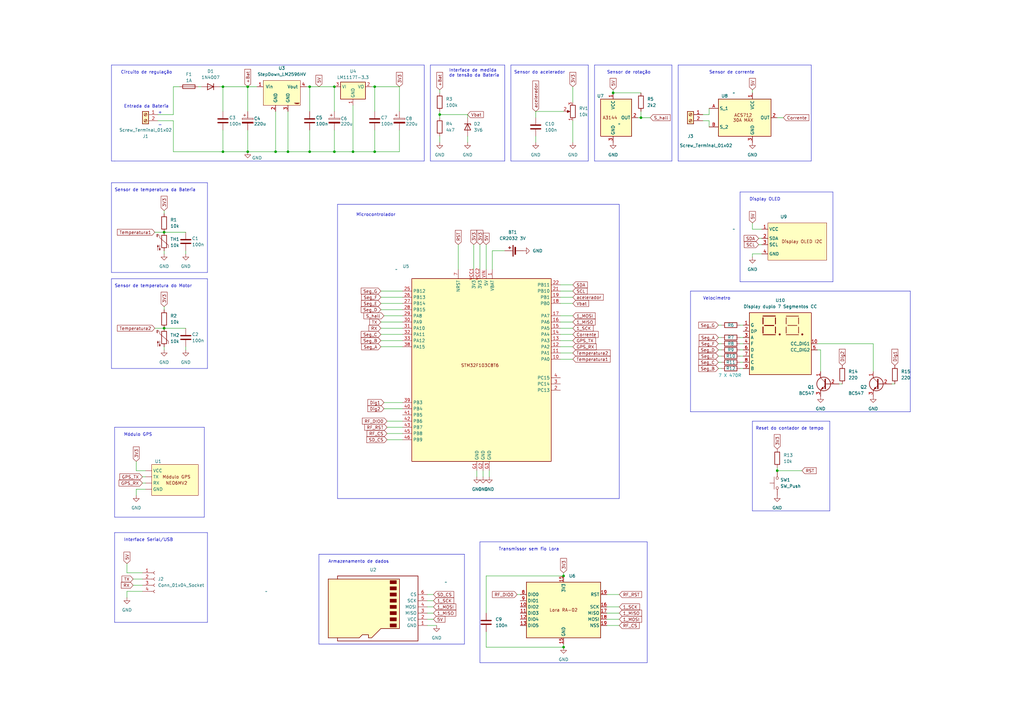
<source format=kicad_sch>
(kicad_sch (version 20230121) (generator eeschema)
  (paper "A3")
  (title_block (title "Telemetria embarcada") (date "2023-10-11") (rev "1") (company "IFSC") (comment 1 "Author: Marcelo Miguel Cardoso"))
  (lib_symbols
    (symbol "Connector:Conn_01x04_Socket" (pin_names (offset 1.016) hide)
      (property "Reference" "J" (at 0 5.08 0))
      (property "Value" "Conn_01x04_Socket" (at 0 -7.62 0))
      (symbol "Conn_01x04_Socket_1_1"
        (pin passive line (at -5.08 2.54 0) (length 3.81) (name "Pin_1") (number "1"))
        (pin passive line (at -5.08 0 0) (length 3.81) (name "Pin_2") (number "2"))
        (pin passive line (at -5.08 -2.54 0) (length 3.81) (name "Pin_3") (number "3"))
        (pin passive line (at -5.08 -5.08 0) (length 3.81) (name "Pin_4") (number "4"))
      )
    )
    (symbol "Connector:Screw_Terminal_01x02" (pin_names (offset 1.016) hide)
      (property "Reference" "J" (at 0 2.54 0))
      (property "Value" "Screw_Terminal_01x02" (at 0 -5.08 0))
      (symbol "Screw_Terminal_01x02_1_1"
        (pin passive line (at -5.08 0 0) (length 3.81) (name "Pin_1") (number "1"))
        (pin passive line (at -5.08 -2.54 0) (length 3.81) (name "Pin_2") (number "2"))
      )
    )
    (symbol "Device:Battery_Cell" (pin_numbers hide) (pin_names (offset 0) hide)
      (property "Reference" "BT" (at 2.54 2.54 0))
      (property "Value" "Battery_Cell" (at 2.54 0 0))
      (symbol "Battery_Cell_1_1"
        (pin passive line (at 0 5.08 270) (length 2.54) (name "+") (number "1"))
        (pin passive line (at 0 -2.54 90) (length 2.54) (name "-") (number "2"))
      )
    )
    (symbol "Device:C" (pin_numbers hide) (pin_names (offset 0.254))
      (property "Reference" "C" (at 0.635 2.54 0))
      (property "Value" "C" (at 0.635 -2.54 0))
      (symbol "C_1_1"
        (pin passive line (at 0 3.81 270) (length 2.794) (name "~") (number "1"))
        (pin passive line (at 0 -3.81 90) (length 2.794) (name "~") (number "2"))
      )
    )
    (symbol "Device:C_Polarized" (pin_numbers hide) (pin_names (offset 0.254))
      (property "Reference" "C" (at 0.635 2.54 0))
      (property "Value" "C_Polarized" (at 0.635 -2.54 0))
      (symbol "C_Polarized_1_1"
        (pin passive line (at 0 3.81 270) (length 2.794) (name "~") (number "1"))
        (pin passive line (at 0 -3.81 90) (length 2.794) (name "~") (number "2"))
      )
    )
    (symbol "Device:D_Zener" (pin_numbers hide) (pin_names (offset 1.016) hide)
      (property "Reference" "D" (at 0 2.54 0))
      (property "Value" "D_Zener" (at 0 -2.54 0))
      (symbol "D_Zener_1_1"
        (pin passive line (at -3.81 0 0) (length 2.54) (name "K") (number "1"))
        (pin passive line (at 3.81 0 180) (length 2.54) (name "A") (number "2"))
      )
    )
    (symbol "Device:Fuse" (pin_numbers hide) (pin_names (offset 0))
      (property "Reference" "F" (at 2.032 0 90))
      (property "Value" "Fuse" (at -1.905 0 90))
      (symbol "Fuse_1_1"
        (pin passive line (at 0 3.81 270) (length 1.27) (name "~") (number "1"))
        (pin passive line (at 0 -3.81 90) (length 1.27) (name "~") (number "2"))
      )
    )
    (symbol "Device:R" (pin_numbers hide) (pin_names (offset 0))
      (property "Reference" "R" (at 2.032 0 90))
      (property "Value" "R" (at 0 0 90))
      (symbol "R_1_1"
        (pin passive line (at 0 3.81 270) (length 1.27) (name "~") (number "1"))
        (pin passive line (at 0 -3.81 90) (length 1.27) (name "~") (number "2"))
      )
    )
    (symbol "Device:R_Potentiometer" (pin_names (offset 1.016) hide)
      (property "Reference" "RV" (at -4.445 0 90))
      (property "Value" "R_Potentiometer" (at -2.54 0 90))
      (symbol "R_Potentiometer_1_1"
        (pin passive line (at 0 3.81 270) (length 1.27) (name "1") (number "1"))
        (pin passive line (at 3.81 0 180) (length 1.27) (name "2") (number "2"))
        (pin passive line (at 0 -3.81 90) (length 1.27) (name "3") (number "3"))
      )
    )
    (symbol "Device:Thermistor_NTC" (pin_numbers hide) (pin_names (offset 0))
      (property "Reference" "TH" (at -4.445 0 90))
      (property "Value" "Thermistor_NTC" (at 3.175 0 90))
      (symbol "Thermistor_NTC_1_1"
        (pin passive line (at 0 3.81 270) (length 1.27) (name "~") (number "1"))
        (pin passive line (at 0 -3.81 90) (length 1.27) (name "~") (number "2"))
      )
    )
    (symbol "Diode:1N4007" (pin_numbers hide) (pin_names hide)
      (property "Reference" "D" (at 0 2.54 0))
      (property "Value" "1N4007" (at 0 -2.54 0))
      (symbol "1N4007_1_1"
        (pin passive line (at -3.81 0 0) (length 2.54) (name "K") (number "1"))
        (pin passive line (at 3.81 0 180) (length 2.54) (name "A") (number "2"))
      )
    )
    (symbol "Display_Character:HDSM-443B"
      (property "Reference" "U4" (at 0 17.78 0))
      (property "Value" "HDSM-443B" (at 0 15.24 0))
      (symbol "HDSM-443B_1_1"
        (pin input line (at -15.24 7.62 0) (length 2.54) (name "G") (number "1"))
        (pin input line (at 15.24 0 180) (length 2.54) (name "CC_DIG1") (number "10"))
        (pin input line (at -15.24 5.08 0) (length 2.54) (name "DP") (number "2"))
        (pin input line (at -15.24 2.54 0) (length 2.54) (name "A") (number "3"))
        (pin input line (at -15.24 0 0) (length 2.54) (name "F") (number "4"))
        (pin input line (at 15.24 -2.54 180) (length 2.54) (name "CC_DIG2") (number "5"))
        (pin input line (at -15.24 -2.54 0) (length 2.54) (name "D") (number "6"))
        (pin input line (at -15.24 -5.08 0) (length 2.54) (name "E") (number "7"))
        (pin input line (at -15.24 -7.62 0) (length 2.54) (name "C") (number "8"))
        (pin input line (at -15.24 -10.16 0) (length 2.54) (name "B") (number "9"))
      )
    )
    (symbol "Regulator_Linear:LM1117T-3.3"
      (property "Reference" "U" (at -3.81 3.175 0))
      (property "Value" "LM1117T-3.3" (at 0 3.175 0))
      (symbol "LM1117T-3.3_1_1"
        (pin power_in line (at 0 -7.62 90) (length 2.54) (name "GND") (number "1"))
        (pin power_out line (at 7.62 0 180) (length 2.54) (name "VO") (number "2"))
        (pin power_in line (at -7.62 0 0) (length 2.54) (name "VI") (number "3"))
      )
    )
    (symbol "Switch:SW_Push" (pin_numbers hide) (pin_names (offset 1.016) hide)
      (property "Reference" "SW" (at 1.27 2.54 0))
      (property "Value" "SW_Push" (at 0 -1.524 0))
      (symbol "SW_Push_0_1"
        (pin passive line (at -5.08 0 0) (length 2.54) (name "1") (number "1"))
        (pin passive line (at 5.08 0 180) (length 2.54) (name "2") (number "2"))
      )
    )
    (symbol "Transistor_BJT:BC547" (pin_names (offset 0) hide)
      (property "Reference" "Q" (at 5.08 1.905 0))
      (property "Value" "BC547" (at 5.08 0 0))
      (symbol "BC547_1_1"
        (pin passive line (at 2.54 5.08 270) (length 2.54) (name "C") (number "1"))
        (pin input line (at -5.08 0 0) (length 5.08) (name "B") (number "2"))
        (pin passive line (at 2.54 -5.08 90) (length 2.54) (name "E") (number "3"))
      )
    )
    (symbol "pi2_library:A3144"
      (property "Reference" "U" (at -2.54 8.89 0))
      (symbol "A3144_1_1"
        (text "A3144\n" (at 5.08 0 0) (effects (font (size 1.27 1.27))))
        (pin power_in line (at 6.35 10.16 270) (length 2.54) (name "VCC") (number "1"))
        (pin open_collector line (at 16.51 0 180) (length 2.54) (name "OUT") (number "2"))
        (pin power_in line (at 6.35 -10.16 90) (length 2.54) (name "GND") (number "3"))
      )
    )
    (symbol "pi2_library:ACS712"
      (property "Reference" "U" (at 2.54 7.62 0))
      (symbol "ACS712_1_1"
        (text "ACS712\n30A MÁX\n" (at 6.35 -2.54 0) (effects (font (size 1.27 1.27))))
        (pin power_in line (at 10.16 7.62 270) (length 2.54) (name "VCC") (number "1"))
        (pin open_collector line (at 20.32 -2.54 180) (length 2.54) (name "OUT") (number "2"))
        (pin power_in line (at 10.16 -12.7 90) (length 2.54) (name "GND") (number "3"))
        (pin bidirectional line (at -7.62 1.27 0) (length 3.81) (name "S_1") (number "A"))
        (pin bidirectional line (at -7.62 -6.35 0) (length 3.81) (name "S_2") (number "B"))
      )
    )
    (symbol "pi2_library:Display_OLED_I2C"
      (property "Reference" "U" (at 0 0 0))
      (symbol "Display_OLED_I2C_1_1"
        (text "Display OLED I2C\n" (at 27.94 -5.08 0) (effects (font (size 1.27 1.27))))
        (pin input line (at 11.43 0 0) (length 2.54) (name "VCC") (number "1"))
        (pin input line (at 11.43 -3.81 0) (length 2.54) (name "SDA") (number "2"))
        (pin input line (at 11.43 -6.35 0) (length 2.54) (name "SCL") (number "3"))
        (pin input line (at 11.43 -10.16 0) (length 2.54) (name "GND") (number "4"))
      )
    )
    (symbol "pi2_library:MicroSD_módulo"
      (property "Reference" "U" (at 0 0 0))
      (symbol "MicroSD_módulo_1_1"
        (pin bidirectional line (at 66.04 -13.97 180) (length 3.81) (name "GND") (number "1"))
        (pin bidirectional line (at 66.04 -11.43 180) (length 3.81) (name "VCC") (number "2"))
        (pin input line (at 66.04 -8.89 180) (length 3.81) (name "MISO") (number "3"))
        (pin power_in line (at 66.04 -6.35 180) (length 3.81) (name "MOSI") (number "4"))
        (pin input line (at 66.04 -3.81 180) (length 3.81) (name "SCK") (number "5"))
        (pin power_in line (at 66.04 -1.27 180) (length 3.81) (name "CS") (number "6"))
      )
    )
    (symbol "pi2_library:NEO6MGPS"
      (property "Reference" "U" (at 0 2.54 0))
      (symbol "NEO6MGPS_1_1"
        (text "Módulo GPS\n" (at 7.62 -3.81 0) (effects (font (size 1.27 1.27))))
        (text "NEO6MV2" (at 7.62 -6.35 0) (effects (font (size 1.27 1.27))))
        (pin input line (at -5.08 -8.89 0) (length 2.54) (name "GND") (number ""))
        (pin input line (at -5.08 -6.35 0) (length 2.54) (name "RX") (number ""))
        (pin input line (at -5.08 -3.81 0) (length 2.54) (name "TX") (number ""))
        (pin input line (at -5.08 -1.27 0) (length 2.54) (name "VCC") (number ""))
      )
    )
    (symbol "pi2_library:RF_Lora_SX1278"
      (property "Reference" "U" (at 0 0 0))
      (symbol "RF_Lora_SX1278_1_1"
        (text "Lora RA-02" (at 48.26 -11.43 0) (effects (font (size 1.27 1.27))))
        (pin bidirectional line (at 30.48 -10.16 0) (length 2.54) (name "DIO2") (number "10"))
        (pin bidirectional line (at 30.48 -12.7 0) (length 2.54) (name "DIO3") (number "11"))
        (pin bidirectional line (at 30.48 -15.24 0) (length 2.54) (name "DIO4") (number "12"))
        (pin bidirectional line (at 30.48 -17.78 0) (length 2.54) (name "DIO5") (number "13"))
        (pin power_in line (at 48.26 2.54 270) (length 2.54) (name "3V3") (number "15"))
        (pin power_in line (at 48.26 -25.4 90) (length 2.54) (name "GND") (number "15"))
        (pin input line (at 66.04 -10.16 180) (length 2.54) (name "SCK") (number "16"))
        (pin output line (at 66.04 -12.7 180) (length 2.54) (name "MISO") (number "17"))
        (pin input line (at 66.04 -15.24 180) (length 2.54) (name "MOSI") (number "18"))
        (pin input line (at 66.04 -17.78 180) (length 2.54) (name "NSS") (number "19"))
        (pin input line (at 66.04 -5.08 180) (length 2.54) (name "RST") (number "19"))
        (pin passive line (at 48.26 -25.4 90) (length 2.54) hide (name "GND") (number "21"))
        (pin passive line (at 48.26 2.54 270) (length 2.54) hide (name "GND") (number "21"))
        (pin passive line (at 48.26 -25.4 90) (length 2.54) hide (name "GND") (number "22"))
        (pin passive line (at 48.26 2.54 270) (length 2.54) hide (name "GND") (number "22"))
        (pin passive line (at 48.26 -25.4 90) (length 2.54) hide (name "GND") (number "23"))
        (pin passive line (at 48.26 2.54 270) (length 2.54) hide (name "GND") (number "23"))
        (pin passive line (at 48.26 -25.4 90) (length 2.54) hide (name "GND") (number "26"))
        (pin passive line (at 48.26 2.54 270) (length 2.54) hide (name "GND") (number "26"))
        (pin passive line (at 48.26 -25.4 90) (length 2.54) hide (name "GND") (number "29"))
        (pin passive line (at 48.26 2.54 270) (length 2.54) hide (name "GND") (number "29"))
        (pin bidirectional line (at 30.48 -5.08 0) (length 2.54) (name "DIO0") (number "8"))
        (pin bidirectional line (at 30.48 -7.62 0) (length 2.54) (name "DIO1") (number "9"))
      )
    )
    (symbol "pi2_library:STM32_module"
      (property "Reference" "U" (at 0 0 0))
      (symbol "STM32_module_1_1"
        (text "STM32F103C8T6" (at 34.29 -39.37 0) (effects (font (size 1.27 1.27))))
        (pin power_in line (at 39.37 0 270) (length 3.81) (name "VBAT") (number "1"))
        (pin bidirectional line (at 67.31 -36.83 180) (length 3.81) (name "PA0") (number "10"))
        (pin bidirectional line (at 67.31 -34.29 180) (length 3.81) (name "PA1") (number "11"))
        (pin bidirectional line (at 67.31 -31.75 180) (length 3.81) (name "PA2") (number "12"))
        (pin bidirectional line (at 67.31 -29.21 180) (length 3.81) (name "PA3") (number "13"))
        (pin bidirectional line (at 67.31 -26.67 180) (length 3.81) (name "PA4") (number "14"))
        (pin bidirectional line (at 67.31 -24.13 180) (length 3.81) (name "PA5") (number "15"))
        (pin bidirectional line (at 67.31 -21.59 180) (length 3.81) (name "PA6") (number "16"))
        (pin bidirectional line (at 67.31 -19.05 180) (length 3.81) (name "PA7") (number "17"))
        (pin bidirectional line (at 67.31 -13.97 180) (length 3.81) (name "PB0") (number "18"))
        (pin bidirectional line (at 67.31 -11.43 180) (length 3.81) (name "PB1") (number "19"))
        (pin bidirectional line (at 67.31 -49.53 180) (length 3.81) (name "PC13") (number "2"))
        (pin bidirectional line (at 67.31 -8.89 180) (length 3.81) (name "PB10") (number "21"))
        (pin bidirectional line (at 67.31 -6.35 180) (length 3.81) (name "PB11") (number "22"))
        (pin bidirectional line (at 2.54 -8.89 0) (length 3.81) (name "PB12") (number "25"))
        (pin bidirectional line (at 2.54 -11.43 0) (length 3.81) (name "PB13") (number "26"))
        (pin bidirectional line (at 2.54 -13.97 0) (length 3.81) (name "PB14") (number "27"))
        (pin bidirectional line (at 2.54 -16.51 0) (length 3.81) (name "PB15") (number "28"))
        (pin bidirectional line (at 2.54 -19.05 0) (length 3.81) (name "PA8") (number "29"))
        (pin bidirectional line (at 67.31 -46.99 180) (length 3.81) (name "PC14") (number "3"))
        (pin bidirectional line (at 2.54 -21.59 0) (length 3.81) (name "PA9") (number "30"))
        (pin bidirectional line (at 2.54 -24.13 0) (length 3.81) (name "PA10") (number "31"))
        (pin bidirectional line (at 2.54 -26.67 0) (length 3.81) (name "PA11") (number "32"))
        (pin bidirectional line (at 2.54 -29.21 0) (length 3.81) (name "PA12") (number "33"))
        (pin bidirectional line (at 2.54 -31.75 0) (length 3.81) (name "PA15") (number "38"))
        (pin bidirectional line (at 2.54 -54.61 0) (length 3.81) (name "PB3") (number "39"))
        (pin bidirectional line (at 67.31 -44.45 180) (length 3.81) (name "PC15") (number "4"))
        (pin bidirectional line (at 2.54 -57.15 0) (length 3.81) (name "PB4") (number "40"))
        (pin bidirectional line (at 2.54 -59.69 0) (length 3.81) (name "PB5") (number "41"))
        (pin bidirectional line (at 2.54 -62.23 0) (length 3.81) (name "PB6") (number "42"))
        (pin bidirectional line (at 2.54 -64.77 0) (length 3.81) (name "PB7") (number "43"))
        (pin bidirectional line (at 2.54 -67.31 0) (length 3.81) (name "PB8") (number "45"))
        (pin bidirectional line (at 2.54 -69.85 0) (length 3.81) (name "PB9") (number "46"))
        (pin input line (at 25.4 0 270) (length 3.81) (name "NRST") (number "7"))
        (pin power_in line (at 33.02 -82.55 90) (length 3.81) (name "GND") (number "G1"))
        (pin power_in line (at 35.56 -82.55 90) (length 3.81) (name "GND") (number "G2"))
        (pin power_in line (at 38.1 -82.55 90) (length 3.81) (name "GND") (number "G3"))
        (pin power_in line (at 31.75 0 270) (length 3.81) (name "3V3") (number "VCC1"))
        (pin power_in line (at 34.29 0 270) (length 3.81) (name "3V3") (number "VCC2"))
        (pin power_in line (at 36.83 0 270) (length 3.81) (name "5V") (number "VIN"))
      )
    )
    (symbol "power:GND" (power) (pin_names (offset 0))
      (property "Value" "GND" (at 0 -3.81 0))
      (symbol "GND_1_1"
        (pin power_in line (at 0 0 270) (length 0) hide (name "GND") (number "1"))
      )
    )
    (symbol "yaaj_dcdc_stepdown_lm2596:YAAJ_DCDC_StepDown_LM2596" (pin_names (offset 1.016))
      (property "Reference" "U" (at -5.08 6.35 0))
      (property "Value" "YAAJ_DCDC_StepDown_LM2596" (at 0 11.43 0))
      (symbol "YAAJ_DCDC_StepDown_LM2596_1_1"
        (text "Y@@V" (at 6.1976 -4.2672 0) (effects (font (size 0.508 0.508))))
        (pin power_in line (at -10.16 2.54 0) (length 2.54) (name "Vin") (number "1"))
        (pin power_in line (at -2.54 -7.62 90) (length 2.54) (name "GND") (number "2"))
        (pin power_in line (at 2.54 -7.62 90) (length 2.54) (name "GND") (number "3"))
        (pin power_out line (at 10.16 2.54 180) (length 2.54) (name "Vout") (number "4"))
      )
    )
  )
  (junction (at 118.11 62.23))
  (junction (at 127 35.56))
  (junction (at 144.78 62.23))
  (junction (at 153.67 62.23))
  (junction (at 137.16 62.23))
  (junction (at 251.46 38.1))
  (junction (at 113.03 62.23))
  (junction (at 127 62.23))
  (junction (at 262.89 48.26))
  (junction (at 231.14 236.22))
  (junction (at 137.16 35.56))
  (junction (at 67.31 95.25))
  (junction (at 101.6 35.56))
  (junction (at 318.77 193.04))
  (junction (at 67.31 134.62))
  (junction (at 91.44 35.56))
  (junction (at 231.14 265.43))
  (junction (at 91.44 62.23))
  (junction (at 153.67 35.56))
  (junction (at 101.6 62.23))
  (junction (at 180.34 46.99))
  (wire (pts (xy 52.07 231.14) (xy 52.07 234.95)))
  (wire (pts (xy 156.21 124.46) (xy 165.1 124.46)))
  (polyline (pts (xy 46.99 218.44) (xy 46.99 255.27)))
  (wire (pts (xy 175.26 251.46) (xy 177.8 251.46)))
  (wire (pts (xy 91.44 35.56) (xy 91.44 45.72)))
  (wire (pts (xy 294.64 140.97) (xy 295.91 140.97)))
  (wire (pts (xy 229.87 119.38) (xy 234.95 119.38)))
  (polyline (pts (xy 46.99 218.44) (xy 85.09 218.44)))
  (wire (pts (xy 234.95 35.56) (xy 234.95 41.91)))
  (wire (pts (xy 212.09 243.84) (xy 213.36 243.84)))
  (wire (pts (xy 196.85 100.33) (xy 196.85 110.49)))
  (wire (pts (xy 59.69 193.04) (xy 55.88 193.04)))
  (wire (pts (xy 55.88 200.66) (xy 55.88 203.2)))
  (wire (pts (xy 52.07 242.57) (xy 52.07 245.11)))
  (polyline (pts (xy 209.55 66.04) (xy 209.55 26.67)))
  (polyline (pts (xy 45.72 26.67) (xy 45.72 66.04)))
  (wire (pts (xy 163.83 35.56) (xy 163.83 45.72)))
  (polyline (pts (xy 45.72 114.3) (xy 85.09 114.3)))
  (wire (pts (xy 335.28 140.97) (xy 358.14 140.97)))
  (wire (pts (xy 199.39 265.43) (xy 231.14 265.43)))
  (wire (pts (xy 54.61 240.03) (xy 58.42 240.03)))
  (wire (pts (xy 199.39 100.33) (xy 199.39 110.49)))
  (wire (pts (xy 158.75 177.8) (xy 165.1 177.8)))
  (wire (pts (xy 63.5 95.25) (xy 67.31 95.25)))
  (wire (pts (xy 59.69 200.66) (xy 55.88 200.66)))
  (wire (pts (xy 54.61 237.49) (xy 58.42 237.49)))
  (wire (pts (xy 294.64 143.51) (xy 295.91 143.51)))
  (wire (pts (xy 229.87 142.24) (xy 234.95 142.24)))
  (wire (pts (xy 229.87 116.84) (xy 234.95 116.84)))
  (wire (pts (xy 248.92 248.92) (xy 254 248.92)))
  (wire (pts (xy 175.26 254) (xy 177.8 254)))
  (polyline (pts (xy 241.3 26.67) (xy 241.3 66.04)))
  (wire (pts (xy 127 35.56) (xy 127 45.72)))
  (polyline (pts (xy 173.99 26.67) (xy 45.72 26.67)))
  (wire (pts (xy 294.64 146.05) (xy 295.91 146.05)))
  (wire (pts (xy 229.87 124.46) (xy 234.95 124.46)))
  (wire (pts (xy 229.87 129.54) (xy 234.95 129.54)))
  (wire (pts (xy 101.6 62.23) (xy 113.03 62.23)))
  (polyline (pts (xy 303.53 78.74) (xy 303.53 115.57)))
  (wire (pts (xy 101.6 53.34) (xy 101.6 62.23)))
  (polyline (pts (xy 85.09 114.3) (xy 85.09 151.13)))
  (wire (pts (xy 63.5 134.62) (xy 67.31 134.62)))
  (wire (pts (xy 58.42 195.58) (xy 59.69 195.58)))
  (wire (pts (xy 158.75 175.26) (xy 165.1 175.26)))
  (wire (pts (xy 308.61 104.14) (xy 308.61 105.41)))
  (wire (pts (xy 248.92 256.54) (xy 254 256.54)))
  (polyline (pts (xy 46.99 175.26) (xy 83.82 175.26)))
  (polyline (pts (xy 190.5 264.16) (xy 130.81 264.16)))
  (wire (pts (xy 58.42 198.12) (xy 59.69 198.12)))
  (wire (pts (xy 67.31 95.25) (xy 76.2 95.25)))
  (wire (pts (xy 194.31 100.33) (xy 194.31 110.49)))
  (wire (pts (xy 294.64 148.59) (xy 295.91 148.59)))
  (wire (pts (xy 156.21 127) (xy 165.1 127)))
  (wire (pts (xy 187.96 100.33) (xy 187.96 110.49)))
  (wire (pts (xy 175.26 248.92) (xy 177.8 248.92)))
  (wire (pts (xy 294.64 151.13) (xy 295.91 151.13)))
  (polyline (pts (xy 83.82 175.26) (xy 83.82 212.09)))
  (wire (pts (xy 113.03 45.72) (xy 113.03 62.23)))
  (polyline (pts (xy 130.81 227.33) (xy 130.81 264.16)))
  (polyline (pts (xy 176.53 66.04) (xy 176.53 26.67)))
  (wire (pts (xy 71.12 35.56) (xy 71.12 46.99)))
  (wire (pts (xy 71.12 35.56) (xy 73.66 35.56)))
  (wire (pts (xy 64.77 49.53) (xy 71.12 49.53)))
  (wire (pts (xy 200.66 193.04) (xy 200.66 195.58)))
  (polyline (pts (xy 85.09 74.93) (xy 85.09 111.76)))
  (wire (pts (xy 195.58 193.04) (xy 195.58 195.58)))
  (polyline (pts (xy 332.74 26.67) (xy 332.74 66.04)))
  (wire (pts (xy 180.34 55.88) (xy 180.34 58.42)))
  (wire (pts (xy 153.67 53.34) (xy 153.67 62.23)))
  (wire (pts (xy 303.53 148.59) (xy 304.8 148.59)))
  (wire (pts (xy 152.4 35.56) (xy 153.67 35.56)))
  (polyline (pts (xy 85.09 111.76) (xy 45.72 111.76)))
  (polyline (pts (xy 176.53 66.04) (xy 207.01 66.04)))
  (polyline (pts (xy 85.09 151.13) (xy 45.72 151.13)))
  (wire (pts (xy 294.64 133.35) (xy 295.91 133.35)))
  (polyline (pts (xy 45.72 66.04) (xy 46.99 66.04)))
  (wire (pts (xy 67.31 134.62) (xy 76.2 134.62)))
  (wire (pts (xy 156.21 132.08) (xy 165.1 132.08)))
  (wire (pts (xy 58.42 234.95) (xy 52.07 234.95)))
  (wire (pts (xy 219.71 45.72) (xy 231.14 45.72)))
  (polyline (pts (xy 283.21 168.91) (xy 373.38 168.91)))
  (wire (pts (xy 229.87 132.08) (xy 234.95 132.08)))
  (wire (pts (xy 175.26 246.38) (xy 177.8 246.38)))
  (wire (pts (xy 234.95 49.53) (xy 234.95 58.42)))
  (wire (pts (xy 303.53 151.13) (xy 304.8 151.13)))
  (polyline (pts (xy 308.61 209.55) (xy 308.61 172.72)))
  (wire (pts (xy 248.92 243.84) (xy 254 243.84)))
  (wire (pts (xy 118.11 45.72) (xy 118.11 62.23)))
  (wire (pts (xy 153.67 35.56) (xy 153.67 45.72)))
  (wire (pts (xy 248.92 254) (xy 254 254)))
  (polyline (pts (xy 196.85 271.78) (xy 265.43 271.78)))
  (wire (pts (xy 175.26 256.54) (xy 179.07 256.54)))
  (polyline (pts (xy 209.55 26.67) (xy 241.3 26.67)))
  (polyline (pts (xy 45.72 74.93) (xy 85.09 74.93)))
  (wire (pts (xy 91.44 62.23) (xy 101.6 62.23)))
  (wire (pts (xy 290.83 49.53) (xy 290.83 52.07)))
  (wire (pts (xy 127 53.34) (xy 127 62.23)))
  (wire (pts (xy 288.29 49.53) (xy 290.83 49.53)))
  (polyline (pts (xy 278.13 66.04) (xy 278.13 26.67)))
  (wire (pts (xy 345.44 157.48) (xy 344.17 157.48)))
  (wire (pts (xy 199.39 236.22) (xy 231.14 236.22)))
  (polyline (pts (xy 176.53 26.67) (xy 207.01 26.67)))
  (wire (pts (xy 303.53 133.35) (xy 304.8 133.35)))
  (wire (pts (xy 288.29 46.99) (xy 290.83 46.99)))
  (wire (pts (xy 137.16 35.56) (xy 137.16 45.72)))
  (wire (pts (xy 219.71 55.88) (xy 219.71 58.42)))
  (wire (pts (xy 157.48 165.1) (xy 165.1 165.1)))
  (wire (pts (xy 199.39 251.46) (xy 199.39 236.22)))
  (polyline (pts (xy 254 83.82) (xy 254 204.47)))
  (wire (pts (xy 180.34 46.99) (xy 191.77 46.99)))
  (wire (pts (xy 137.16 62.23) (xy 127 62.23)))
  (wire (pts (xy 180.34 36.83) (xy 180.34 38.1)))
  (polyline (pts (xy 341.63 78.74) (xy 341.63 115.57)))
  (polyline (pts (xy 308.61 209.55) (xy 340.36 209.55)))
  (polyline (pts (xy 283.21 168.91) (xy 283.21 119.38)))
  (wire (pts (xy 71.12 62.23) (xy 91.44 62.23)))
  (wire (pts (xy 191.77 55.88) (xy 191.77 58.42)))
  (wire (pts (xy 156.21 139.7) (xy 165.1 139.7)))
  (wire (pts (xy 251.46 38.1) (xy 262.89 38.1)))
  (wire (pts (xy 144.78 43.18) (xy 144.78 62.23)))
  (wire (pts (xy 67.31 127) (xy 67.31 125.73)))
  (polyline (pts (xy 243.84 66.04) (xy 275.59 66.04)))
  (polyline (pts (xy 138.43 83.82) (xy 254 83.82)))
  (polyline (pts (xy 278.13 26.67) (xy 332.74 26.67)))
  (wire (pts (xy 67.31 102.87) (xy 67.31 104.14)))
  (polyline (pts (xy 45.72 74.93) (xy 45.72 111.76)))
  (wire (pts (xy 137.16 53.34) (xy 137.16 62.23)))
  (wire (pts (xy 157.48 129.54) (xy 165.1 129.54)))
  (wire (pts (xy 58.42 242.57) (xy 52.07 242.57)))
  (wire (pts (xy 55.88 193.04) (xy 55.88 189.23)))
  (wire (pts (xy 308.61 36.83) (xy 308.61 38.1)))
  (polyline (pts (xy 278.13 66.04) (xy 332.74 66.04)))
  (polyline (pts (xy 196.85 271.78) (xy 196.85 222.25)))
  (polyline (pts (xy 243.84 26.67) (xy 275.59 26.67)))
  (wire (pts (xy 101.6 45.72) (xy 101.6 35.56)))
  (wire (pts (xy 303.53 146.05) (xy 304.8 146.05)))
  (wire (pts (xy 180.34 46.99) (xy 180.34 48.26)))
  (wire (pts (xy 312.42 93.98) (xy 308.61 93.98)))
  (wire (pts (xy 303.53 138.43) (xy 304.8 138.43)))
  (wire (pts (xy 153.67 35.56) (xy 163.83 35.56)))
  (wire (pts (xy 113.03 62.23) (xy 118.11 62.23)))
  (wire (pts (xy 101.6 35.56) (xy 105.41 35.56)))
  (wire (pts (xy 158.75 180.34) (xy 165.1 180.34)))
  (wire (pts (xy 175.26 243.84) (xy 177.8 243.84)))
  (wire (pts (xy 82.55 35.56) (xy 81.28 35.56)))
  (wire (pts (xy 311.15 100.33) (xy 312.42 100.33)))
  (polyline (pts (xy 85.09 255.27) (xy 46.99 255.27)))
  (wire (pts (xy 318.77 48.26) (xy 321.31 48.26)))
  (wire (pts (xy 198.12 193.04) (xy 198.12 195.58)))
  (wire (pts (xy 229.87 147.32) (xy 234.95 147.32)))
  (wire (pts (xy 261.62 48.26) (xy 262.89 48.26)))
  (wire (pts (xy 219.71 48.26) (xy 219.71 45.72)))
  (polyline (pts (xy 275.59 26.67) (xy 275.59 66.04)))
  (wire (pts (xy 290.83 46.99) (xy 290.83 44.45)))
  (polyline (pts (xy 207.01 26.67) (xy 207.01 66.04)))
  (wire (pts (xy 303.53 143.51) (xy 304.8 143.51)))
  (wire (pts (xy 71.12 49.53) (xy 71.12 62.23)))
  (wire (pts (xy 64.77 46.99) (xy 71.12 46.99)))
  (wire (pts (xy 358.14 140.97) (xy 358.14 152.4)))
  (wire (pts (xy 229.87 144.78) (xy 234.95 144.78)))
  (wire (pts (xy 157.48 167.64) (xy 165.1 167.64)))
  (wire (pts (xy 294.64 138.43) (xy 295.91 138.43)))
  (wire (pts (xy 180.34 46.99) (xy 180.34 45.72)))
  (wire (pts (xy 90.17 35.56) (xy 91.44 35.56)))
  (polyline (pts (xy 138.43 204.47) (xy 254 204.47)))
  (wire (pts (xy 67.31 142.24) (xy 67.31 143.51)))
  (polyline (pts (xy 45.72 114.3) (xy 45.72 151.13)))
  (wire (pts (xy 367.03 157.48) (xy 365.76 157.48)))
  (polyline (pts (xy 209.55 66.04) (xy 241.3 66.04)))
  (wire (pts (xy 308.61 93.98) (xy 308.61 91.44)))
  (wire (pts (xy 318.77 191.77) (xy 318.77 193.04)))
  (wire (pts (xy 248.92 251.46) (xy 254 251.46)))
  (polyline (pts (xy 308.61 172.72) (xy 340.36 172.72)))
  (polyline (pts (xy 173.99 66.04) (xy 173.99 26.67)))
  (wire (pts (xy 336.55 143.51) (xy 336.55 152.4)))
  (polyline (pts (xy 85.09 218.44) (xy 85.09 255.27)))
  (wire (pts (xy 76.2 142.24) (xy 76.2 143.51)))
  (wire (pts (xy 156.21 142.24) (xy 165.1 142.24)))
  (wire (pts (xy 229.87 137.16) (xy 234.95 137.16)))
  (wire (pts (xy 163.83 62.23) (xy 153.67 62.23)))
  (polyline (pts (xy 341.63 115.57) (xy 303.53 115.57)))
  (wire (pts (xy 125.73 35.56) (xy 127 35.56)))
  (polyline (pts (xy 243.84 66.04) (xy 243.84 26.67)))
  (wire (pts (xy 207.01 102.87) (xy 201.93 102.87)))
  (wire (pts (xy 229.87 139.7) (xy 234.95 139.7)))
  (wire (pts (xy 127 62.23) (xy 118.11 62.23)))
  (wire (pts (xy 336.55 143.51) (xy 335.28 143.51)))
  (wire (pts (xy 262.89 45.72) (xy 262.89 48.26)))
  (wire (pts (xy 163.83 53.34) (xy 163.83 62.23)))
  (polyline (pts (xy 283.21 119.38) (xy 373.38 119.38)))
  (wire (pts (xy 67.31 87.63) (xy 67.31 86.36)))
  (wire (pts (xy 191.77 48.26) (xy 191.77 46.99)))
  (wire (pts (xy 312.42 104.14) (xy 308.61 104.14)))
  (wire (pts (xy 262.89 48.26) (xy 266.7 48.26)))
  (wire (pts (xy 156.21 121.92) (xy 165.1 121.92)))
  (wire (pts (xy 231.14 234.95) (xy 231.14 236.22)))
  (polyline (pts (xy 373.38 119.38) (xy 373.38 168.91)))
  (wire (pts (xy 303.53 140.97) (xy 304.8 140.97)))
  (wire (pts (xy 229.87 134.62) (xy 234.95 134.62)))
  (wire (pts (xy 158.75 172.72) (xy 165.1 172.72)))
  (wire (pts (xy 328.93 193.04) (xy 318.77 193.04)))
  (polyline (pts (xy 190.5 227.33) (xy 190.5 264.16)))
  (wire (pts (xy 156.21 137.16) (xy 165.1 137.16)))
  (polyline (pts (xy 83.82 212.09) (xy 46.99 212.09)))
  (polyline (pts (xy 303.53 78.74) (xy 341.63 78.74)))
  (wire (pts (xy 91.44 53.34) (xy 91.44 62.23)))
  (wire (pts (xy 201.93 102.87) (xy 201.93 110.49)))
  (polyline (pts (xy 265.43 222.25) (xy 265.43 271.78)))
  (wire (pts (xy 76.2 102.87) (xy 76.2 104.14)))
  (wire (pts (xy 153.67 62.23) (xy 144.78 62.23)))
  (polyline (pts (xy 130.81 227.33) (xy 190.5 227.33)))
  (polyline (pts (xy 138.43 204.47) (xy 138.43 83.82)))
  (wire (pts (xy 156.21 134.62) (xy 165.1 134.62)))
  (polyline (pts (xy 46.99 175.26) (xy 46.99 212.09)))
  (polyline (pts (xy 46.99 66.04) (xy 173.99 66.04)))
  (wire (pts (xy 231.14 264.16) (xy 231.14 265.43)))
  (wire (pts (xy 127 35.56) (xy 137.16 35.56)))
  (wire (pts (xy 251.46 36.83) (xy 251.46 38.1)))
  (wire (pts (xy 144.78 62.23) (xy 137.16 62.23)))
  (polyline (pts (xy 196.85 222.25) (xy 265.43 222.25)))
  (wire (pts (xy 91.44 35.56) (xy 101.6 35.56)))
  (wire (pts (xy 311.15 97.79) (xy 312.42 97.79)))
  (polyline (pts (xy 340.36 172.72) (xy 340.36 209.55)))
  (wire (pts (xy 229.87 121.92) (xy 234.95 121.92)))
  (wire (pts (xy 199.39 259.08) (xy 199.39 265.43)))
  (wire (pts (xy 156.21 119.38) (xy 165.1 119.38)))
  (text "Sensor do acelerador" (at 210.82 30.48 0) (effects (font (size 1.27 1.27)) (justify left bottom)))
  (text "Interface de medida\nde tensão da Bateria" (at 184.15 31.75 0) (effects (font (size 1.27 1.27)) (justify left bottom)))
  (text "Velocímetro\n" (at 288.29 123.19 0) (effects (font (size 1.27 1.27)) (justify left bottom)))
  (text "Display OLED\n" (at 307.34 82.55 0) (effects (font (size 1.27 1.27)) (justify left bottom)))
  (text "Interface Serial/USB" (at 50.8 222.25 0) (effects (font (size 1.27 1.27)) (justify left bottom)))
  (text "Sensor de rotação" (at 248.92 30.48 0) (effects (font (size 1.27 1.27)) (justify left bottom)))
  (text "Sensor de temperatura do Motor\n" (at 46.99 118.11 0) (effects (font (size 1.27 1.27)) (justify left bottom)))
  (text "7 X 470R\n" (at 294.64 154.94 0) (effects (font (size 1.27 1.27)) (justify left bottom)))
  (text "Entrada da Bateria" (at 50.8 44.45 0) (effects (font (size 1.27 1.27)) (justify left bottom)))
  (text "Transmissor sem fio Lora" (at 204.47 226.06 0) (effects (font (size 1.27 1.27)) (justify left bottom)))
  (text "-" (at 64.77 52.07 0) (effects (font (size 1.27 1.27)) (justify left bottom)))
  (text "Circuito de regulação" (at 49.53 30.48 0) (effects (font (size 1.27 1.27)) (justify left bottom)))
  (text "Microcontrolador\n" (at 146.05 88.9 0) (effects (font (size 1.27 1.27)) (justify left bottom)))
  (text "Módulo GPS" (at 50.8 179.07 0) (effects (font (size 1.27 1.27)) (justify left bottom)))
  (text "Armazenamento de dados" (at 134.62 231.14 0) (effects (font (size 1.27 1.27)) (justify left bottom)))
  (text "Sensor de corrente\n" (at 290.83 30.48 0) (effects (font (size 1.27 1.27)) (justify left bottom)))
  (text "Reset do contador de tempo\n" (at 309.88 176.53 0) (effects (font (size 1.27 1.27)) (justify left bottom)))
  (text "Sensor de temperatura da Bateria" (at 46.99 78.74 0) (effects (font (size 1.27 1.27)) (justify left bottom)))
  (text "+" (at 64.77 46.99 0) (effects (font (size 1.27 1.27)) (justify left bottom)))
  (global_label "Seg_C" (shape input) (at 294.64 148.59 180) (property "Intersheetrefs" "${INTERSHEET_REFS}" (effects hide)))
  (global_label "Vbat" (shape input) (at 191.77 46.99 0) (property "Intersheetrefs" "${INTERSHEET_REFS}" (effects hide)))
  (global_label "5V" (shape input) (at 251.46 36.83 90) (property "Intersheetrefs" "${INTERSHEET_REFS}" (effects hide)))
  (global_label "+Bat" (shape input) (at 101.6 35.56 90) (property "Intersheetrefs" "${INTERSHEET_REFS}" (effects hide)))
  (global_label "1_MOSI" (shape input) (at 177.8 248.92 0) (property "Intersheetrefs" "${INTERSHEET_REFS}" (effects hide)))
  (global_label "3V3" (shape input) (at 196.85 100.33 90) (property "Intersheetrefs" "${INTERSHEET_REFS}" (effects hide)))
  (global_label "Seg_F" (shape input) (at 294.64 140.97 180) (property "Intersheetrefs" "${INTERSHEET_REFS}" (effects hide)))
  (global_label "3V3" (shape input) (at 163.83 35.56 90) (property "Intersheetrefs" "${INTERSHEET_REFS}" (effects hide)))
  (global_label "3V3" (shape input) (at 67.31 86.36 90) (property "Intersheetrefs" "${INTERSHEET_REFS}" (effects hide)))
  (global_label "S_hall" (shape input) (at 266.7 48.26 0) (property "Intersheetrefs" "${INTERSHEET_REFS}" (effects hide)))
  (global_label "RF_CS" (shape input) (at 158.75 177.8 180) (property "Intersheetrefs" "${INTERSHEET_REFS}" (effects hide)))
  (global_label "Seg_C" (shape input) (at 156.21 137.16 180) (property "Intersheetrefs" "${INTERSHEET_REFS}" (effects hide)))
  (global_label "Seg_B" (shape input) (at 156.21 139.7 180) (property "Intersheetrefs" "${INTERSHEET_REFS}" (effects hide)))
  (global_label "5V" (shape input) (at 308.61 91.44 90) (property "Intersheetrefs" "${INTERSHEET_REFS}" (effects hide)))
  (global_label "GPS_TX" (shape input) (at 58.42 195.58 180) (property "Intersheetrefs" "${INTERSHEET_REFS}" (effects hide)))
  (global_label "1_SCK" (shape input) (at 234.95 134.62 0) (property "Intersheetrefs" "${INTERSHEET_REFS}" (effects hide)))
  (global_label "RF_DIO0" (shape input) (at 212.09 243.84 180) (property "Intersheetrefs" "${INTERSHEET_REFS}" (effects hide)))
  (global_label "3V3" (shape input) (at 231.14 234.95 90) (property "Intersheetrefs" "${INTERSHEET_REFS}" (effects hide)))
  (global_label "Seg_G" (shape input) (at 294.64 133.35 180) (property "Intersheetrefs" "${INTERSHEET_REFS}" (effects hide)))
  (global_label "5V" (shape input) (at 177.8 254 0) (property "Intersheetrefs" "${INTERSHEET_REFS}" (effects hide)))
  (global_label "1_MISO" (shape input) (at 254 251.46 0) (property "Intersheetrefs" "${INTERSHEET_REFS}" (effects hide)))
  (global_label "TX" (shape input) (at 54.61 237.49 180) (property "Intersheetrefs" "${INTERSHEET_REFS}" (effects hide)))
  (global_label "Seg_E" (shape input) (at 156.21 124.46 180) (property "Intersheetrefs" "${INTERSHEET_REFS}" (effects hide)))
  (global_label "RX" (shape input) (at 156.21 134.62 180) (property "Intersheetrefs" "${INTERSHEET_REFS}" (effects hide)))
  (global_label "SDA" (shape input) (at 311.15 97.79 180) (property "Intersheetrefs" "${INTERSHEET_REFS}" (effects hide)))
  (global_label "SD_CS" (shape input) (at 177.8 243.84 0) (property "Intersheetrefs" "${INTERSHEET_REFS}" (effects hide)))
  (global_label "TX" (shape input) (at 156.21 132.08 180) (property "Intersheetrefs" "${INTERSHEET_REFS}" (effects hide)))
  (global_label "3V3" (shape input) (at 234.95 35.56 90) (property "Intersheetrefs" "${INTERSHEET_REFS}" (effects hide)))
  (global_label "RF_CS" (shape input) (at 254 256.54 0) (property "Intersheetrefs" "${INTERSHEET_REFS}" (effects hide)))
  (global_label "Temperatura2" (shape input) (at 63.5 134.62 180) (property "Intersheetrefs" "${INTERSHEET_REFS}" (effects hide)))
  (global_label "Temperatura1" (shape input) (at 234.95 147.32 0) (property "Intersheetrefs" "${INTERSHEET_REFS}" (effects hide)))
  (global_label "Dig2" (shape input) (at 345.44 149.86 90) (property "Intersheetrefs" "${INTERSHEET_REFS}" (effects hide)))
  (global_label "1_SCK" (shape input) (at 177.8 246.38 0) (property "Intersheetrefs" "${INTERSHEET_REFS}" (effects hide)))
  (global_label "1_SCK" (shape input) (at 254 248.92 0) (property "Intersheetrefs" "${INTERSHEET_REFS}" (effects hide)))
  (global_label "SCL" (shape input) (at 234.95 119.38 0) (property "Intersheetrefs" "${INTERSHEET_REFS}" (effects hide)))
  (global_label "Seg_D" (shape input) (at 156.21 127 180) (property "Intersheetrefs" "${INTERSHEET_REFS}" (effects hide)))
  (global_label "acelerador" (shape input) (at 234.95 121.92 0) (property "Intersheetrefs" "${INTERSHEET_REFS}" (effects hide)))
  (global_label "RST" (shape input) (at 187.96 100.33 90) (property "Intersheetrefs" "${INTERSHEET_REFS}" (effects hide)))
  (global_label "Seg_F" (shape input) (at 156.21 121.92 180) (property "Intersheetrefs" "${INTERSHEET_REFS}" (effects hide)))
  (global_label "S_hall" (shape input) (at 157.48 129.54 180) (property "Intersheetrefs" "${INTERSHEET_REFS}" (effects hide)))
  (global_label "RF_DIO0" (shape input) (at 158.75 172.72 180) (property "Intersheetrefs" "${INTERSHEET_REFS}" (effects hide)))
  (global_label "GPS_RX" (shape input) (at 234.95 142.24 0) (property "Intersheetrefs" "${INTERSHEET_REFS}" (effects hide)))
  (global_label "Temperatura2" (shape input) (at 234.95 144.78 0) (property "Intersheetrefs" "${INTERSHEET_REFS}" (effects hide)))
  (global_label "Seg_E" (shape input) (at 294.64 146.05 180) (property "Intersheetrefs" "${INTERSHEET_REFS}" (effects hide)))
  (global_label "5V" (shape input) (at 130.81 35.56 90) (property "Intersheetrefs" "${INTERSHEET_REFS}" (effects hide)))
  (global_label "5V" (shape input) (at 308.61 36.83 90) (property "Intersheetrefs" "${INTERSHEET_REFS}" (effects hide)))
  (global_label "acelerador" (shape input) (at 219.71 45.72 90) (property "Intersheetrefs" "${INTERSHEET_REFS}" (effects hide)))
  (global_label "Seg_A" (shape input) (at 156.21 142.24 180) (property "Intersheetrefs" "${INTERSHEET_REFS}" (effects hide)))
  (global_label "RST" (shape input) (at 328.93 193.04 0) (property "Intersheetrefs" "${INTERSHEET_REFS}" (effects hide)))
  (global_label "1_MOSI" (shape input) (at 254 254 0) (property "Intersheetrefs" "${INTERSHEET_REFS}" (effects hide)))
  (global_label "Seg_A" (shape input) (at 294.64 138.43 180) (property "Intersheetrefs" "${INTERSHEET_REFS}" (effects hide)))
  (global_label "1_MOSI" (shape input) (at 234.95 129.54 0) (property "Intersheetrefs" "${INTERSHEET_REFS}" (effects hide)))
  (global_label "RX" (shape input) (at 54.61 240.03 180) (property "Intersheetrefs" "${INTERSHEET_REFS}" (effects hide)))
  (global_label "3V3" (shape input) (at 55.88 189.23 90) (property "Intersheetrefs" "${INTERSHEET_REFS}" (effects hide)))
  (global_label "GPS_TX" (shape input) (at 234.95 139.7 0) (property "Intersheetrefs" "${INTERSHEET_REFS}" (effects hide)))
  (global_label "5V" (shape input) (at 52.07 231.14 90) (property "Intersheetrefs" "${INTERSHEET_REFS}" (effects hide)))
  (global_label "3V3" (shape input) (at 318.77 184.15 90) (property "Intersheetrefs" "${INTERSHEET_REFS}" (effects hide)))
  (global_label "Dig1" (shape input) (at 367.03 149.86 90) (property "Intersheetrefs" "${INTERSHEET_REFS}" (effects hide)))
  (global_label "Vbat" (shape input) (at 234.95 124.46 0) (property "Intersheetrefs" "${INTERSHEET_REFS}" (effects hide)))
  (global_label "GPS_RX" (shape input) (at 58.42 198.12 180) (property "Intersheetrefs" "${INTERSHEET_REFS}" (effects hide)))
  (global_label "1_MISO" (shape input) (at 234.95 132.08 0) (property "Intersheetrefs" "${INTERSHEET_REFS}" (effects hide)))
  (global_label "Temperatura1" (shape input) (at 63.5 95.25 180) (property "Intersheetrefs" "${INTERSHEET_REFS}" (effects hide)))
  (global_label "RF_RST" (shape input) (at 254 243.84 0) (property "Intersheetrefs" "${INTERSHEET_REFS}" (effects hide)))
  (global_label "1_MISO" (shape input) (at 177.8 251.46 0) (property "Intersheetrefs" "${INTERSHEET_REFS}" (effects hide)))
  (global_label "Dig1" (shape input) (at 157.48 165.1 180) (property "Intersheetrefs" "${INTERSHEET_REFS}" (effects hide)))
  (global_label "SCL" (shape input) (at 311.15 100.33 180) (property "Intersheetrefs" "${INTERSHEET_REFS}" (effects hide)))
  (global_label "Seg_G" (shape input) (at 156.21 119.38 180) (property "Intersheetrefs" "${INTERSHEET_REFS}" (effects hide)))
  (global_label "Corrente" (shape input) (at 321.31 48.26 0) (property "Intersheetrefs" "${INTERSHEET_REFS}" (effects hide)))
  (global_label "3V3" (shape input) (at 194.31 100.33 90) (property "Intersheetrefs" "${INTERSHEET_REFS}" (effects hide)))
  (global_label "SDA" (shape input) (at 234.95 116.84 0) (property "Intersheetrefs" "${INTERSHEET_REFS}" (effects hide)))
  (global_label "Dig2" (shape input) (at 157.48 167.64 180) (property "Intersheetrefs" "${INTERSHEET_REFS}" (effects hide)))
  (global_label "Seg_B" (shape input) (at 294.64 151.13 180) (property "Intersheetrefs" "${INTERSHEET_REFS}" (effects hide)))
  (global_label "3V3" (shape input) (at 67.31 125.73 90) (property "Intersheetrefs" "${INTERSHEET_REFS}" (effects hide)))
  (global_label "+Bat" (shape input) (at 180.34 36.83 90) (property "Intersheetrefs" "${INTERSHEET_REFS}" (effects hide)))
  (global_label "Corrente" (shape input) (at 234.95 137.16 0) (property "Intersheetrefs" "${INTERSHEET_REFS}" (effects hide)))
  (global_label "Seg_D" (shape input) (at 294.64 143.51 180) (property "Intersheetrefs" "${INTERSHEET_REFS}" (effects hide)))
  (global_label "5V" (shape input) (at 199.39 100.33 90) (property "Intersheetrefs" "${INTERSHEET_REFS}" (effects hide)))
  (global_label "SD_CS" (shape input) (at 158.75 180.34 180) (property "Intersheetrefs" "${INTERSHEET_REFS}" (effects hide)))
  (global_label "RF_RST" (shape input) (at 158.75 175.26 180) (property "Intersheetrefs" "${INTERSHEET_REFS}" (effects hide)))
  (symbol (lib_id "power:GND") (at 67.31 143.51 0) (unit 1)
    (property "Reference" "#PWR04" (effects hide))
    (property "Value" "GND" (at 67.31 148.59 0))
  )
  (symbol (lib_id "Device:Thermistor_NTC") (at 67.31 138.43 0) (unit 1)
    (property "Reference" "TH2" (at 69.85 137.4775 0) (effects (justify left)))
    (property "Value" "10k" (at 69.85 140.0175 0) (effects (justify left)))
  )
  (symbol (lib_id "power:GND") (at 179.07 256.54 0) (unit 1)
    (property "Reference" "#PWR08" (effects hide))
    (property "Value" "GND" (at 179.07 261.62 0))
  )
  (symbol (lib_id "Display_Character:HDSM-443B") (at 320.04 140.97 0) (unit 1)
    (property "Reference" "U10" (at 320.04 123.19 0))
    (property "Value" "Display duplo 7 Segmentos CC" (at 320.04 125.73 0))
    (property "Footprint" "Display:HDSM-441B_HDSM-443B" (effects hide))
    (property "Datasheet" "https://docs.broadcom.com/docs/AV02-1589EN" (effects hide))
  )
  (symbol (lib_id "power:GND") (at 219.71 58.42 0) (unit 1)
    (property "Reference" "#PWR015" (effects hide))
    (property "Value" "GND" (at 219.71 63.5 0))
  )
  (symbol (lib_id "Device:Battery_Cell") (at 212.09 102.87 90) (unit 1)
    (property "Reference" "BT1" (at 210.2485 95.25 90))
    (property "Value" "CR2032 3V" (at 210.2485 97.79 90))
  )
  (symbol (lib_id "Transistor_BJT:BC547") (at 360.68 157.48 0) (mirror y) (unit 1)
    (property "Reference" "Q2" (at 355.6 158.75 0) (effects (justify left)))
    (property "Value" "BC547" (at 354.33 161.29 0) (effects (justify left)))
    (property "Footprint" "Package_TO_SOT_THT:TO-92_Inline" (effects hide))
    (property "Datasheet" "https://www.onsemi.com/pub/Collateral/BC550-D.pdf" (effects hide))
  )
  (symbol (lib_id "Device:C") (at 91.44 49.53 0) (unit 1)
    (property "Reference" "C3" (at 93.98 48.26 0) (effects (justify left)))
    (property "Value" "100n" (at 93.98 50.8 0) (effects (justify left)))
  )
  (symbol (lib_id "power:GND") (at 198.12 195.58 0) (unit 1)
    (property "Reference" "#PWR012" (effects hide))
    (property "Value" "GND" (at 198.12 200.66 0))
  )
  (symbol (lib_id "pi2_library:A3144") (at 245.11 48.26 0) (unit 1)
    (property "Reference" "U7" (at 247.65 39.37 0) (effects (justify right)))
    (property "Value" "~" (at 254 50.8 0))
  )
  (symbol (lib_id "power:GND") (at 67.31 104.14 0) (unit 1)
    (property "Reference" "#PWR03" (effects hide))
    (property "Value" "GND" (at 67.31 109.22 0))
  )
  (symbol (lib_id "Device:C") (at 219.71 52.07 0) (unit 1)
    (property "Reference" "C10" (at 223.52 50.8 0) (effects (justify left)))
    (property "Value" "100n" (at 223.52 53.34 0) (effects (justify left)))
  )
  (symbol (lib_id "pi2_library:Display_OLED_I2C") (at 300.99 93.98 0) (unit 1)
    (property "Reference" "U9" (at 320.04 88.9 0) (effects (justify left)))
    (property "Value" "~" (at 300.99 93.98 0))
  )
  (symbol (lib_id "Device:R") (at 299.72 146.05 90) (unit 1)
    (property "Reference" "R10" (at 299.72 146.05 90))
    (property "Value" "470" (effects hide))
  )
  (symbol (lib_id "Device:C_Polarized") (at 137.16 49.53 0) (unit 1)
    (property "Reference" "C6" (at 139.7 48.641 0) (effects (justify left)))
    (property "Value" "220u" (at 139.7 50.8 0) (effects (justify left)))
  )
  (symbol (lib_id "power:GND") (at 336.55 162.56 0) (unit 1)
    (property "Reference" "#PWR022" (effects hide))
    (property "Value" "GND" (at 336.55 167.64 0))
  )
  (symbol (lib_id "power:GND") (at 214.63 102.87 90) (unit 1)
    (property "Reference" "#PWR014" (effects hide))
    (property "Value" "GND" (at 218.44 102.87 90) (effects (justify right)))
  )
  (symbol (lib_id "Device:R") (at 180.34 52.07 0) (unit 1)
    (property "Reference" "R4" (at 182.88 50.8 0) (effects (justify left)))
    (property "Value" "4k7" (at 182.88 53.34 0) (effects (justify left)))
  )
  (symbol (lib_id "power:GND") (at 76.2 104.14 0) (unit 1)
    (property "Reference" "#PWR05" (effects hide))
    (property "Value" "GND" (at 76.2 109.22 0))
  )
  (symbol (lib_id "Device:R_Potentiometer") (at 234.95 45.72 180) (unit 1)
    (property "Reference" "RV1" (at 237.49 44.45 0) (effects (justify right)))
    (property "Value" "10k" (at 237.49 46.99 0) (effects (justify right)))
  )
  (symbol (lib_id "pi2_library:ACS712") (at 298.45 45.72 0) (unit 1)
    (property "Reference" "U8" (at 297.18 39.37 0))
    (property "Value" "~" (at 300.99 38.1 0))
  )
  (symbol (lib_id "Device:R") (at 367.03 153.67 180) (unit 1)
    (property "Reference" "R15" (at 369.57 152.4 0) (effects (justify right)))
    (property "Value" "220" (at 369.57 154.94 0) (effects (justify right)))
  )
  (symbol (lib_id "Device:R") (at 299.72 138.43 90) (unit 1)
    (property "Reference" "R7" (at 299.72 138.43 90))
    (property "Value" "470" (effects hide))
  )
  (symbol (lib_id "power:GND") (at 358.14 162.56 0) (unit 1)
    (property "Reference" "#PWR023" (effects hide))
    (property "Value" "GND" (at 358.14 167.64 0))
  )
  (symbol (lib_id "pi2_library:MicroSD_módulo") (at 109.22 242.57 0) (unit 1)
    (property "Reference" "U2" (at 153.035 233.68 0))
    (property "Value" "~" (at 109.22 242.57 0))
  )
  (symbol (lib_id "Device:R") (at 345.44 153.67 180) (unit 1)
    (property "Reference" "R14" (at 347.98 152.4 0) (effects (justify right)))
    (property "Value" "220" (at 347.98 154.94 0) (effects (justify right)))
  )
  (symbol (lib_id "pi2_library:NEO6MGPS") (at 64.77 191.77 0) (unit 1)
    (property "Reference" "U1" (at 63.5 189.23 0) (effects (justify left)))
    (property "Value" "NEO6MGPS" (effects hide))
  )
  (symbol (lib_id "Regulator_Linear:LM1117T-3.3") (at 144.78 35.56 0) (unit 1)
    (property "Reference" "U4" (at 144.78 29.21 0))
    (property "Value" "LM1117T-3.3" (at 144.78 31.75 0))
    (property "Footprint" "Package_TO_SOT_THT:TO-220-3_Horizontal_TabDown" (effects hide))
    (property "Datasheet" "http://www.ti.com/lit/ds/symlink/lm1117.pdf" (effects hide))
  )
  (symbol (lib_id "power:GND") (at 55.88 203.2 0) (unit 1)
    (property "Reference" "#PWR02" (effects hide))
    (property "Value" "GND" (at 55.88 208.28 0))
  )
  (symbol (lib_id "Device:C_Polarized") (at 163.83 49.53 0) (unit 1)
    (property "Reference" "C8" (at 166.37 48.641 0) (effects (justify left)))
    (property "Value" "220u" (at 166.37 50.8 0) (effects (justify left)))
  )
  (symbol (lib_id "Diode:1N4007") (at 86.36 35.56 180) (unit 1)
    (property "Reference" "D1" (at 86.36 29.21 0))
    (property "Value" "1N4007" (at 86.36 31.75 0))
    (property "Footprint" "Diode_THT:D_DO-41_SOD81_P10.16mm_Horizontal" (effects hide))
    (property "Datasheet" "http://www.vishay.com/docs/88503/1n4001.pdf" (effects hide))
    (property "Sim.Device" "D" (effects hide))
    (property "Sim.Pins" "1=K 2=A" (effects hide))
  )
  (symbol (lib_id "Device:C_Polarized") (at 101.6 49.53 0) (unit 1)
    (property "Reference" "C4" (at 104.14 48.641 0) (effects (justify left)))
    (property "Value" "220u" (at 104.14 50.8 0) (effects (justify left)))
  )
  (symbol (lib_id "pi2_library:RF_Lora_SX1278") (at 182.88 238.76 0) (unit 1)
    (property "Reference" "U6" (at 233.3341 236.22 0) (effects (justify left)))
    (property "Value" "~" (at 182.88 238.76 0))
  )
  (symbol (lib_id "Device:R") (at 318.77 187.96 0) (unit 1)
    (property "Reference" "R13" (at 321.31 186.69 0) (effects (justify left)))
    (property "Value" "10k" (at 321.31 189.23 0) (effects (justify left)))
  )
  (symbol (lib_id "power:GND") (at 308.61 58.42 0) (unit 1)
    (property "Reference" "#PWR019" (effects hide))
    (property "Value" "GND" (at 308.61 63.5 0))
  )
  (symbol (lib_id "power:GND") (at 76.2 143.51 0) (unit 1)
    (property "Reference" "#PWR06" (effects hide))
    (property "Value" "GND" (at 76.2 148.59 0))
  )
  (symbol (lib_id "Device:R") (at 180.34 41.91 0) (unit 1)
    (property "Reference" "R3" (at 182.88 40.64 0) (effects (justify left)))
    (property "Value" "100k" (at 182.88 43.18 0) (effects (justify left)))
  )
  (symbol (lib_id "power:GND") (at 180.34 58.42 0) (unit 1)
    (property "Reference" "#PWR09" (effects hide))
    (property "Value" "GND" (at 180.34 63.5 0))
  )
  (symbol (lib_id "power:GND") (at 200.66 195.58 0) (unit 1)
    (property "Reference" "#PWR013" (effects hide))
    (property "Value" "GND" (at 200.66 200.66 0))
  )
  (symbol (lib_id "Device:R") (at 299.72 140.97 90) (unit 1)
    (property "Reference" "R8" (at 299.72 140.97 90))
    (property "Value" "470" (effects hide))
  )
  (symbol (lib_id "power:GND") (at 191.77 58.42 0) (unit 1)
    (property "Reference" "#PWR010" (effects hide))
    (property "Value" "GND" (at 191.77 63.5 0))
  )
  (symbol (lib_id "power:GND") (at 231.14 265.43 0) (unit 1)
    (property "Reference" "#PWR016" (effects hide))
    (property "Value" "GND" (at 231.14 270.51 0))
  )
  (symbol (lib_id "Device:R") (at 299.72 133.35 90) (unit 1)
    (property "Reference" "R6" (at 299.72 133.35 90))
    (property "Value" "470" (effects hide))
  )
  (symbol (lib_id "yaaj_dcdc_stepdown_lm2596:YAAJ_DCDC_StepDown_LM2596") (at 115.57 38.1 0) (unit 1)
    (property "Reference" "U3" (at 115.57 27.94 0))
    (property "Value" "StepDown_LM2596HV" (at 115.57 30.48 0))
  )
  (symbol (lib_id "Device:C") (at 127 49.53 0) (unit 1)
    (property "Reference" "C5" (at 129.54 48.26 0) (effects (justify left)))
    (property "Value" "100n" (at 129.54 50.8 0) (effects (justify left)))
  )
  (symbol (lib_id "Device:C") (at 153.67 49.53 0) (unit 1)
    (property "Reference" "C7" (at 156.21 48.26 0) (effects (justify left)))
    (property "Value" "100n" (at 156.21 50.8 0) (effects (justify left)))
  )
  (symbol (lib_id "power:GND") (at 308.61 105.41 0) (unit 1)
    (property "Reference" "#PWR020" (effects hide))
    (property "Value" "GND" (at 308.61 110.49 0))
  )
  (symbol (lib_id "Connector:Screw_Terminal_01x02") (at 59.69 46.99 0) (mirror y) (unit 1)
    (property "Reference" "J1" (at 59.69 55.88 0))
    (property "Value" "Screw_Terminal_01x02" (at 59.69 53.34 0))
  )
  (symbol (lib_id "Device:R") (at 262.89 41.91 0) (unit 1)
    (property "Reference" "R5" (at 265.43 40.64 0) (effects (justify left)))
    (property "Value" "2k2" (at 265.43 43.18 0) (effects (justify left)))
  )
  (symbol (lib_id "Device:R") (at 299.72 151.13 90) (unit 1)
    (property "Reference" "R12" (at 299.72 151.13 90))
    (property "Value" "470" (effects hide))
  )
  (symbol (lib_id "Device:C") (at 76.2 138.43 0) (unit 1)
    (property "Reference" "C2" (at 78.74 137.16 0) (effects (justify left)))
    (property "Value" "100n" (at 78.74 139.7 0) (effects (justify left)))
  )
  (symbol (lib_id "Device:R") (at 67.31 130.81 0) (unit 1)
    (property "Reference" "R2" (at 69.85 129.54 0) (effects (justify left)))
    (property "Value" "10k" (at 69.85 132.08 0) (effects (justify left)))
  )
  (symbol (lib_id "power:GND") (at 251.46 58.42 0) (unit 1)
    (property "Reference" "#PWR018" (effects hide))
    (property "Value" "GND" (at 251.46 63.5 0))
  )
  (symbol (lib_id "Device:C") (at 76.2 99.06 0) (unit 1)
    (property "Reference" "C1" (at 78.74 97.79 0) (effects (justify left)))
    (property "Value" "100n" (at 78.74 100.33 0) (effects (justify left)))
  )
  (symbol (lib_id "Device:Thermistor_NTC") (at 67.31 99.06 0) (unit 1)
    (property "Reference" "TH1" (at 69.85 98.1075 0) (effects (justify left)))
    (property "Value" "10k" (at 69.85 100.6475 0) (effects (justify left)))
  )
  (symbol (lib_id "power:GND") (at 195.58 195.58 0) (unit 1)
    (property "Reference" "#PWR011" (effects hide))
    (property "Value" "GND" (at 195.58 200.66 0))
  )
  (symbol (lib_id "Device:Fuse") (at 77.47 35.56 90) (unit 1)
    (property "Reference" "F1" (at 77.47 30.48 90))
    (property "Value" "1A" (at 77.47 33.02 90))
  )
  (symbol (lib_id "power:GND") (at 101.6 62.23 0) (unit 1)
    (property "Reference" "#PWR07" (effects hide))
    (property "Value" "GND" (at 105.41 64.77 0))
  )
  (symbol (lib_id "Device:R") (at 67.31 91.44 0) (unit 1)
    (property "Reference" "R1" (at 69.85 90.17 0) (effects (justify left)))
    (property "Value" "10k" (at 69.85 92.71 0) (effects (justify left)))
  )
  (symbol (lib_id "Switch:SW_Push") (at 318.77 198.12 90) (unit 1)
    (property "Reference" "SW1" (at 320.04 196.85 90) (effects (justify right)))
    (property "Value" "SW_Push" (at 320.04 199.39 90) (effects (justify right)))
  )
  (symbol (lib_id "Device:R") (at 299.72 148.59 90) (unit 1)
    (property "Reference" "R11" (at 299.72 148.59 90))
    (property "Value" "470" (effects hide))
  )
  (symbol (lib_id "Connector:Screw_Terminal_01x02") (at 283.21 46.99 0) (mirror y) (unit 1)
    (property "Reference" "J3" (at 283.21 55.88 0))
    (property "Value" "Screw_Terminal_01x02" (at 289.56 59.69 0))
  )
  (symbol (lib_id "power:GND") (at 52.07 245.11 0) (unit 1)
    (property "Reference" "#PWR01" (effects hide))
    (property "Value" "GND" (at 52.07 250.19 0))
  )
  (symbol (lib_id "pi2_library:STM32_module") (at 162.56 110.49 0) (unit 1)
    (property "Reference" "U5" (at 165.1 109.22 0) (effects (justify left)))
    (property "Value" "~" (at 162.56 110.49 0))
  )
  (symbol (lib_id "power:GND") (at 234.95 58.42 0) (unit 1)
    (property "Reference" "#PWR017" (effects hide))
    (property "Value" "GND" (at 234.95 63.5 0))
  )
  (symbol (lib_id "Device:C") (at 199.39 255.27 0) (unit 1)
    (property "Reference" "C9" (at 203.2 254 0) (effects (justify left)))
    (property "Value" "100n" (at 203.2 256.54 0) (effects (justify left)))
  )
  (symbol (lib_id "power:GND") (at 318.77 203.2 0) (unit 1)
    (property "Reference" "#PWR021" (effects hide))
    (property "Value" "GND" (at 318.77 208.28 0))
  )
  (symbol (lib_id "Device:D_Zener") (at 191.77 52.07 270) (unit 1)
    (property "Reference" "D2" (at 194.31 50.8 90) (effects (justify left)))
    (property "Value" "3V6" (at 194.31 53.34 90) (effects (justify left)))
  )
  (symbol (lib_id "Transistor_BJT:BC547") (at 339.09 157.48 0) (mirror y) (unit 1)
    (property "Reference" "Q1" (at 334.01 158.75 0) (effects (justify left)))
    (property "Value" "BC547" (at 334.01 161.29 0) (effects (justify left)))
    (property "Footprint" "Package_TO_SOT_THT:TO-92_Inline" (effects hide))
    (property "Datasheet" "https://www.onsemi.com/pub/Collateral/BC550-D.pdf" (effects hide))
  )
  (symbol (lib_id "Connector:Conn_01x04_Socket") (at 63.5 237.49 0) (unit 1)
    (property "Reference" "J2" (at 64.77 237.49 0) (effects (justify left)))
    (property "Value" "Conn_01x04_Socket" (at 64.77 240.03 0) (effects (justify left)))
  )
  (symbol (lib_id "Device:R") (at 299.72 143.51 90) (unit 1)
    (property "Reference" "R9" (at 299.72 143.51 90))
    (property "Value" "470" (effects hide))
  )
)
</source>
